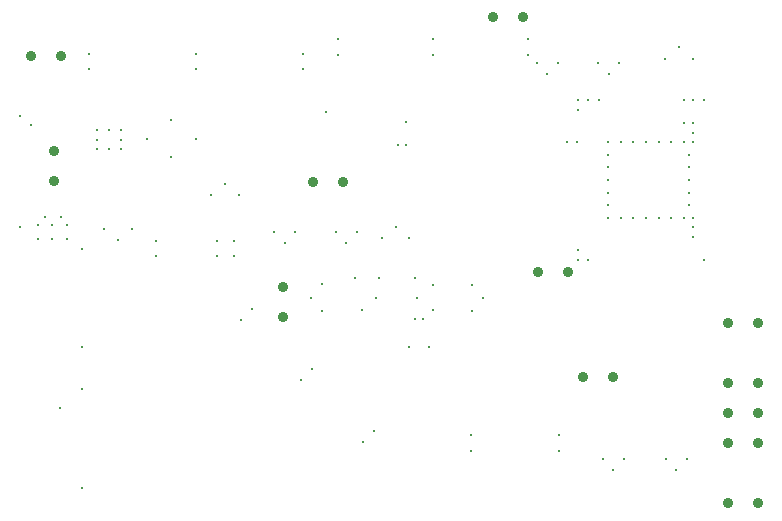
<source format=gbr>
%TF.GenerationSoftware,Altium Limited,Altium Designer,20.1.8 (145)*%
G04 Layer_Color=0*
%FSLAX45Y45*%
%MOMM*%
%TF.SameCoordinates,5C14931A-3E48-49F5-90A4-00D45644C4A5*%
%TF.FilePolarity,Positive*%
%TF.FileFunction,Plated,1,2,PTH,Drill*%
%TF.Part,Single*%
G01*
G75*
%TA.AperFunction,ComponentDrill*%
%ADD75C,0.90000*%
%ADD76C,0.90000*%
%TA.AperFunction,ViaDrill,NotFilled*%
%ADD77C,0.30000*%
D75*
X6310501Y1471925D02*
D03*
Y1725925D02*
D03*
Y1979925D02*
D03*
X6056501D02*
D03*
Y1725925D02*
D03*
Y1471925D02*
D03*
X343154Y3947869D02*
D03*
Y3693870D02*
D03*
D76*
X2794000Y3683000D02*
D03*
X2540000D02*
D03*
X6056487Y963925D02*
D03*
X6310487D02*
D03*
X6056487Y2487925D02*
D03*
X6310487D02*
D03*
X406400Y4749800D02*
D03*
X152400D02*
D03*
X4064000Y5080000D02*
D03*
X4318000D02*
D03*
X4826000Y2032000D02*
D03*
X5080000D02*
D03*
X2286000Y2794000D02*
D03*
Y2540000D02*
D03*
X4445000Y2921000D02*
D03*
X4699000D02*
D03*
D77*
X4783184Y4374668D02*
D03*
X4687999Y4020601D02*
D03*
X4778000D02*
D03*
X1865780Y3187688D02*
D03*
Y3055608D02*
D03*
X1725780Y3187688D02*
D03*
Y3055608D02*
D03*
X2020676Y2609519D02*
D03*
X1927282Y2516124D02*
D03*
X2528086Y2102109D02*
D03*
X3055185Y1575010D02*
D03*
X2961791Y1481615D02*
D03*
X2434692Y2008714D02*
D03*
X5702460Y1336925D02*
D03*
X5524660D02*
D03*
X5613400Y1245271D02*
D03*
X5169060Y1336925D02*
D03*
X4991260D02*
D03*
X5080000Y1245271D02*
D03*
X266054Y3388443D02*
D03*
X400991D02*
D03*
X398298Y1768740D02*
D03*
X62035Y3298972D02*
D03*
X332608Y3323484D02*
D03*
X457353Y3323328D02*
D03*
X210266Y3322912D02*
D03*
X811340Y4125105D02*
D03*
X914494Y4042869D02*
D03*
Y4125105D02*
D03*
X808180Y3960569D02*
D03*
X914494D02*
D03*
X708185D02*
D03*
Y4125105D02*
D03*
Y4042869D02*
D03*
X1213008Y3055608D02*
D03*
Y3187688D02*
D03*
X331176Y3198216D02*
D03*
X455041Y3198526D02*
D03*
X584200Y2286000D02*
D03*
X585074Y1930400D02*
D03*
X585074Y1092200D02*
D03*
X585074Y3117146D02*
D03*
X4622872Y1539093D02*
D03*
X3877442D02*
D03*
Y1407013D02*
D03*
X4622872D02*
D03*
X2731247Y3259718D02*
D03*
X2909366D02*
D03*
X2820306Y3168064D02*
D03*
X2388666Y3259718D02*
D03*
X2210866D02*
D03*
X2299606Y3168064D02*
D03*
X1675027Y3569958D02*
D03*
X1916316D02*
D03*
X1795780Y3666328D02*
D03*
X4361180Y4759960D02*
D03*
X2450525Y4638236D02*
D03*
X1545799D02*
D03*
X641073D02*
D03*
X153528Y4162793D02*
D03*
X61424Y4243197D02*
D03*
X641073Y4770316D02*
D03*
X1545799D02*
D03*
X2450525D02*
D03*
X2750820Y4760156D02*
D03*
X3556000Y4892040D02*
D03*
X210950Y3199311D02*
D03*
X3556000Y4760156D02*
D03*
X4361180Y4892040D02*
D03*
X2750820D02*
D03*
X4521040Y4599346D02*
D03*
X5040911D02*
D03*
X4432300Y4691000D02*
D03*
X4610100D02*
D03*
X4950380D02*
D03*
X5130025D02*
D03*
X2615531Y2816170D02*
D03*
Y2591170D02*
D03*
X2524453Y2702781D02*
D03*
X3521540Y2286520D02*
D03*
X3975100Y2702920D02*
D03*
X3883640Y2815312D02*
D03*
Y2588925D02*
D03*
X3352800Y2286520D02*
D03*
X3239760Y3304420D02*
D03*
X3351510Y3212957D02*
D03*
X3126510D02*
D03*
X2893920Y2874175D02*
D03*
X5853000Y3019578D02*
D03*
X4779738Y3024215D02*
D03*
X4863000D02*
D03*
X4779738Y3105600D02*
D03*
X4783184Y4295601D02*
D03*
X4863000Y4374668D02*
D03*
X4958000D02*
D03*
X5678000D02*
D03*
X5758000D02*
D03*
X5848000D02*
D03*
X5758000Y4729121D02*
D03*
X5638640Y4825317D02*
D03*
X5518000Y4729121D02*
D03*
X885140Y3193346D02*
D03*
X1005676Y3289717D02*
D03*
X765743D02*
D03*
X1129472Y4049957D02*
D03*
X1338660Y4210052D02*
D03*
X1552225Y4049957D02*
D03*
X1338660Y3892264D02*
D03*
X2652463Y4280427D02*
D03*
X3326945Y4190531D02*
D03*
Y3995019D02*
D03*
X3254396D02*
D03*
X5723720Y3913933D02*
D03*
Y3807266D02*
D03*
Y3700600D02*
D03*
Y3593933D02*
D03*
Y3487267D02*
D03*
X5678000Y4180600D02*
D03*
X5758000Y3380600D02*
D03*
Y3300600D02*
D03*
Y3220600D02*
D03*
Y4020601D02*
D03*
Y4100600D02*
D03*
Y4180600D02*
D03*
X5464666Y3380600D02*
D03*
X5251333D02*
D03*
X5038000Y3593933D02*
D03*
Y3807266D02*
D03*
X5464666Y4020601D02*
D03*
X5251333D02*
D03*
X5677999Y4020600D02*
D03*
Y3380600D02*
D03*
X5038000D02*
D03*
Y4020600D02*
D03*
Y3913933D02*
D03*
Y3700600D02*
D03*
Y3487267D02*
D03*
X5144666Y3380600D02*
D03*
X5357999D02*
D03*
X5571333D02*
D03*
Y4020601D02*
D03*
X5357999D02*
D03*
X5144666D02*
D03*
X2953680Y2597920D02*
D03*
X3399920Y2874175D02*
D03*
X3099920D02*
D03*
X3399920Y2527680D02*
D03*
X3473920D02*
D03*
X3553997Y2597920D02*
D03*
Y2807920D02*
D03*
X3423003Y2702920D02*
D03*
X3074838D02*
D03*
%TF.MD5,a9a4c4f761f3ab5ce8355237f0500b9d*%
M02*

</source>
